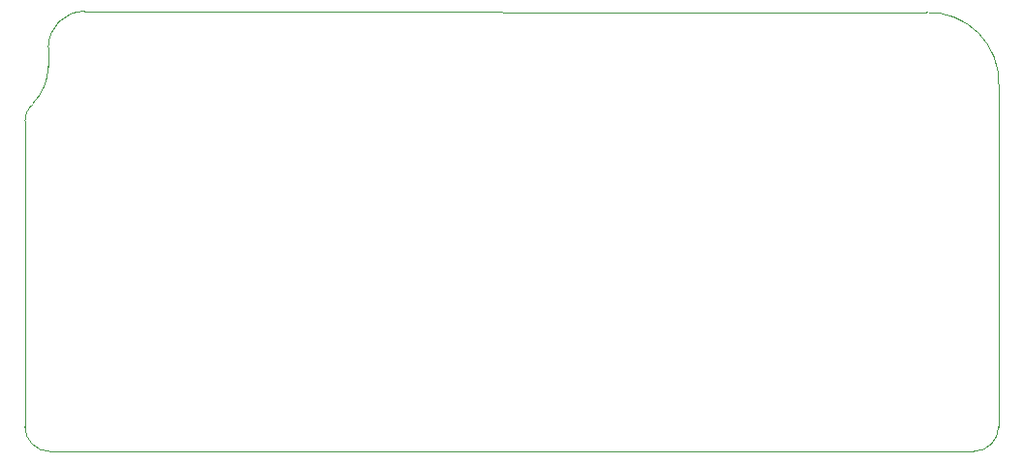
<source format=gm1>
%TF.GenerationSoftware,KiCad,Pcbnew,(6.0.11)*%
%TF.CreationDate,2023-02-07T02:55:14-07:00*%
%TF.ProjectId,FennecRAMadapt,46656e6e-6563-4524-914d-61646170742e,rev?*%
%TF.SameCoordinates,Original*%
%TF.FileFunction,Profile,NP*%
%FSLAX46Y46*%
G04 Gerber Fmt 4.6, Leading zero omitted, Abs format (unit mm)*
G04 Created by KiCad (PCBNEW (6.0.11)) date 2023-02-07 02:55:14*
%MOMM*%
%LPD*%
G01*
G04 APERTURE LIST*
%TA.AperFunction,Profile*%
%ADD10C,0.100000*%
%TD*%
G04 APERTURE END LIST*
D10*
X227374391Y-43522952D02*
X227347356Y-73383356D01*
X142768000Y-45335974D02*
X142952892Y-45122892D01*
X142767993Y-45335968D02*
G75*
G03*
X142260000Y-46683012I1415007J-1302932D01*
G01*
X144292000Y-41890000D02*
X144292000Y-40239000D01*
X142262644Y-73383356D02*
G75*
G03*
X144421644Y-75542356I2158956J-44D01*
G01*
X225188356Y-75542356D02*
X144421644Y-75542356D01*
X142952892Y-45122892D02*
G75*
G03*
X144292000Y-41890000I-3232892J3232892D01*
G01*
X227374423Y-43522953D02*
G75*
G03*
X220998991Y-37172952I-6119123J231853D01*
G01*
X147467000Y-37064000D02*
G75*
G03*
X144292000Y-40239000I0J-3175000D01*
G01*
X225188356Y-75542356D02*
G75*
G03*
X227347356Y-73383356I44J2158956D01*
G01*
X220998991Y-37172952D02*
X147467000Y-37064000D01*
X142262644Y-73383356D02*
X142260000Y-46683012D01*
M02*

</source>
